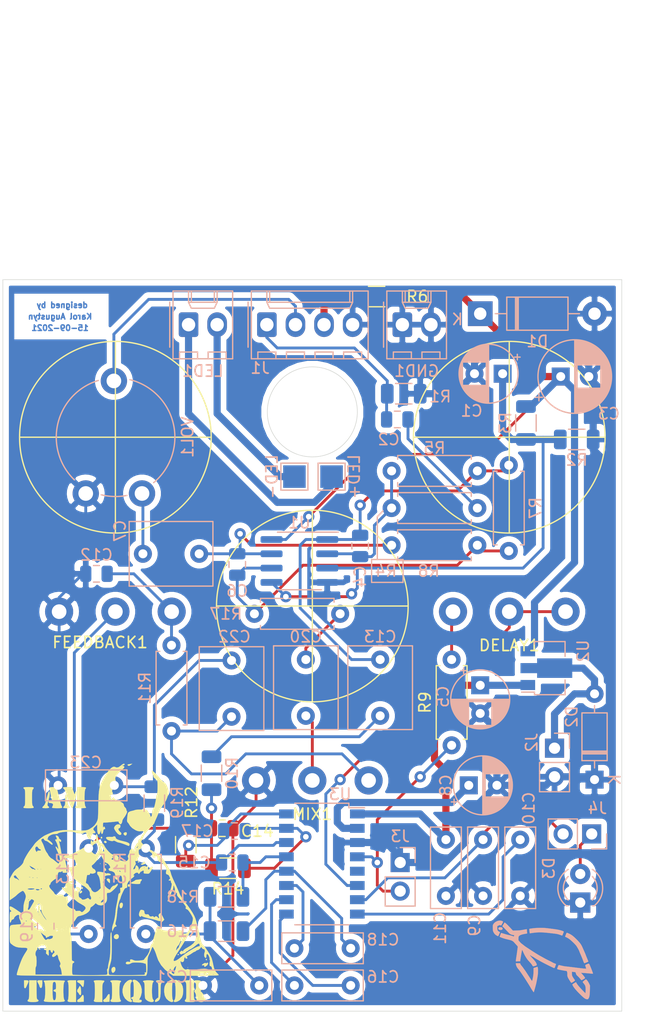
<source format=kicad_pcb>
(kicad_pcb (version 20171130) (host pcbnew "(5.1.9)-1")
  (layers (0 F.Cu signal) (31 B.Cu signal) (34 B.Paste user) (35 F.Paste user) (36 B.SilkS user) (37 F.SilkS user) (38 B.Mask user) (39 F.Mask user) (44 Edge.Cuts user))
  (net 0 "")
  (net 1 GND)
  (net 2 BIAS)
  (net 3 /IN)
  (net 4 "Net-(C2-Pad1)")
  (net 5 "Net-(C3-Pad1)")
  (net 6 "Net-(C4-Pad2)")
  (net 7 A)
  (net 8 VD)
  (net 9 B)
  (net 10 "Net-(C6-Pad1)")
  (net 11 "Net-(C7-Pad1)")
  (net 12 "Net-(C8-Pad1)")
  (net 13 "Net-(C9-Pad1)")
  (net 14 "Net-(C10-Pad1)")
  (net 15 "Net-(C12-Pad1)")
  (net 16 "Net-(C13-Pad2)")
  (net 17 "Net-(C14-Pad1)")
  (net 18 "Net-(C15-Pad2)")
  (net 19 "Net-(C15-Pad1)")
  (net 20 "Net-(C16-Pad2)")
  (net 21 "Net-(C16-Pad1)")
  (net 22 "Net-(C17-Pad2)")
  (net 23 "Net-(C17-Pad1)")
  (net 24 "Net-(C18-Pad2)")
  (net 25 "Net-(C18-Pad1)")
  (net 26 "Net-(C19-Pad2)")
  (net 27 "Net-(C19-Pad1)")
  (net 28 "Net-(C20-Pad2)")
  (net 29 "Net-(C20-Pad1)")
  (net 30 "Net-(C21-Pad1)")
  (net 31 "Net-(C22-Pad2)")
  (net 32 "Net-(C22-Pad1)")
  (net 33 "Net-(D2-Pad2)")
  (net 34 "Net-(DELAY1-Pad2)")
  (net 35 "Net-(DELAY1-Pad1)")
  (net 36 +VDC)
  (net 37 /OUT)
  (net 38 "Net-(J3-Pad2)")
  (net 39 "Net-(U3-Pad5)")
  (net 40 /LED-)
  (net 41 /LED+)
  (net 42 "Net-(D3-Pad2)")
  (module Symbol:i-am-the-liquor (layer F.Cu) (at 9.906 -11.43)
    (fp_text reference G*** hide)
    (fp_text value LOGO hide)
  )
  (module Symbol:logo_pcb (layer B.Cu) (at 48.006 -4.572 180)
    (fp_text reference G*** hide)
    (fp_text value LOGO hide)
  )
  (module Resistor_SMD:R_1206_3216Metric (layer F.Cu) (at 33.2125 -63.5 180)
    (fp_text reference R6 (at -3.6175 0) (layer F.SilkS))
    (fp_text value 33)
    (pad 2 smd roundrect (at 1.4625 0 180) (size 1.125 1.75) (layers F.Cu F.Paste F.Mask) (roundrect_rratio 0.2222213333333333) (net 36 +VDC))
    (pad 1 smd roundrect (at -1.4625 0 180) (size 1.125 1.75) (layers F.Cu F.Paste F.Mask) (roundrect_rratio 0.2222213333333333) (net 5 "Net-(C3-Pad1)"))
  )
  (module TestPoint:TestPoint_Pad_2.0x2.0mm (layer B.Cu) (at 29.21 -47.498 90)
    (fp_text reference LED+ (at 0 1.998 -90) (layer B.SilkS) (effects (justify mirror)))
    (fp_text value TestPoint_Pad_2.0x2.0mm)
    (pad 1 smd rect (at 0 0 90) (size 2 2) (layers B.Cu B.Mask) (net 41 /LED+))
  )
  (module TestPoint:TestPoint_Pad_2.0x2.0mm (layer B.Cu) (at 25.908 -47.498 270)
    (fp_text reference LED- (at 0 1.998 270) (layer B.SilkS) (effects (justify mirror)))
    (fp_text value TestPoint_Pad_2.0x2.0mm)
    (pad 1 smd rect (at 0 0 270) (size 2 2) (layers B.Cu B.Mask) (net 40 /LED-))
  )
  (module Potentiometer_THT:Potentiometer_Piher_PT-10-V10_Vertical (layer B.Cu) (at 7.366 -46 90)
    (fp_text reference VOL1 (at 5 9.05 90) (layer B.SilkS) (effects (justify mirror)))
    (fp_text value 100kB)
    (pad 1 thru_hole circle (at 0 0 90) (size 2.34 2.34) (drill 1.3) (layers *.Cu *.Mask) (net 1 GND))
    (pad 2 thru_hole circle (at 10 2.5 90) (size 2.34 2.34) (drill 1.3) (layers *.Cu *.Mask) (net 37 /OUT))
    (pad 3 thru_hole circle (at 0 5 90) (size 2.34 2.34) (drill 1.3) (layers *.Cu *.Mask) (net 11 "Net-(C7-Pad1)"))
  )
  (module Package_SO:SOP-16_4.4x10.4mm_P1.27mm (layer B.Cu) (at 28.346 -13.076 180)
    (fp_text reference U3 (at -1.626 6.2) (layer B.SilkS) (effects (justify mirror)))
    (fp_text value PT2399)
    (pad 16 smd rect (at 3.15 4.45 180) (size 1.3 0.8) (layers B.Cu B.Paste B.Mask) (net 23 "Net-(C17-Pad1)"))
    (pad 15 smd rect (at 3.15 3.17 180) (size 1.3 0.8) (layers B.Cu B.Paste B.Mask) (net 22 "Net-(C17-Pad2)"))
    (pad 14 smd rect (at 3.15 1.91 180) (size 1.3 0.8) (layers B.Cu B.Paste B.Mask) (net 19 "Net-(C15-Pad1)"))
    (pad 13 smd rect (at 3.15 0.64 180) (size 1.3 0.8) (layers B.Cu B.Paste B.Mask) (net 18 "Net-(C15-Pad2)"))
    (pad 12 smd rect (at 3.15 -0.64 180) (size 1.3 0.8) (layers B.Cu B.Paste B.Mask) (net 25 "Net-(C18-Pad1)"))
    (pad 11 smd rect (at 3.15 -1.91 180) (size 1.3 0.8) (layers B.Cu B.Paste B.Mask) (net 24 "Net-(C18-Pad2)"))
    (pad 10 smd rect (at 3.15 -3.17 180) (size 1.3 0.8) (layers B.Cu B.Paste B.Mask) (net 21 "Net-(C16-Pad1)"))
    (pad 9 smd rect (at 3.15 -4.45 180) (size 1.3 0.8) (layers B.Cu B.Paste B.Mask) (net 20 "Net-(C16-Pad2)"))
    (pad 8 smd rect (at -3.15 -4.45 180) (size 1.3 0.8) (layers B.Cu B.Paste B.Mask) (net 14 "Net-(C10-Pad1)"))
    (pad 7 smd rect (at -3.15 -3.17 180) (size 1.3 0.8) (layers B.Cu B.Paste B.Mask) (net 13 "Net-(C9-Pad1)"))
    (pad 6 smd rect (at -3.15 -1.91 180) (size 1.3 0.8) (layers B.Cu B.Paste B.Mask) (net 34 "Net-(DELAY1-Pad2)"))
    (pad 5 smd rect (at -3.15 -0.64 180) (size 1.3 0.8) (layers B.Cu B.Paste B.Mask) (net 39 "Net-(U3-Pad5)"))
    (pad 4 smd rect (at -3.15 0.64 180) (size 1.3 0.8) (layers B.Cu B.Paste B.Mask) (net 38 "Net-(J3-Pad2)"))
    (pad 3 smd rect (at -3.15 1.91 180) (size 1.3 0.8) (layers B.Cu B.Paste B.Mask) (net 1 GND))
    (pad 2 smd rect (at -3.15 3.17 180) (size 1.3 0.8) (layers B.Cu B.Paste B.Mask) (net 12 "Net-(C8-Pad1)"))
    (pad 1 smd rect (at -3.15 4.45 180) (size 1.3 0.8) (layers B.Cu B.Paste B.Mask) (net 8 VD))
  )
  (module Package_TO_SOT_SMD:SOT-89-3 (layer B.Cu) (at 48.2985 -30.48)
    (fp_text reference U2 (at 3.2635 -1.524 90) (layer B.SilkS) (effects (justify mirror)))
    (fp_text value L78L05_SOT89)
    (pad 2 smd custom (at -1.5625 0) (size 1.475 0.9) (layers B.Cu B.Paste B.Mask) (net 33 "Net-(D2-Pad2)") (options (clearance outline) (anchor rect)) (primitives (gr_poly (pts (xy 0.7375 0.8665) (xy 3.8625 0.8665) (xy 3.8625 -0.8665) (xy 0.7375 -0.8665)) (width 0))))
    (pad 3 smd rect (at -1.65 -1.5) (size 1.3 0.9) (layers B.Cu B.Paste B.Mask) (net 5 "Net-(C3-Pad1)"))
    (pad 1 smd rect (at -1.65 1.5) (size 1.3 0.9) (layers B.Cu B.Paste B.Mask) (net 8 VD))
  )
  (module Package_SO:SOIC-8_3.9x4.9mm_P1.27mm (layer B.Cu) (at 26.351 -40.005 180)
    (fp_text reference U1 (at 0 3.4) (layer B.SilkS) (effects (justify mirror)))
    (fp_text value OP275)
    (pad 8 smd roundrect (at 2.475 1.905 180) (size 1.95 0.6) (layers B.Cu B.Paste B.Mask) (net 5 "Net-(C3-Pad1)"))
    (pad 7 smd roundrect (at 2.475 0.635 180) (size 1.95 0.6) (layers B.Cu B.Paste B.Mask) (net 10 "Net-(C6-Pad1)"))
    (pad 6 smd roundrect (at 2.475 -0.635 180) (size 1.95 0.6) (layers B.Cu B.Paste B.Mask) (net 9 B))
    (pad 5 smd roundrect (at 2.475 -1.905 180) (size 1.95 0.6) (layers B.Cu B.Paste B.Mask) (net 2 BIAS))
    (pad 4 smd roundrect (at -2.475 -1.905 180) (size 1.95 0.6) (layers B.Cu B.Paste B.Mask) (net 1 GND))
    (pad 3 smd roundrect (at -2.475 -0.635 180) (size 1.95 0.6) (layers B.Cu B.Paste B.Mask) (net 2 BIAS))
    (pad 2 smd roundrect (at -2.475 0.635 180) (size 1.95 0.6) (layers B.Cu B.Paste B.Mask) (net 6 "Net-(C4-Pad2)"))
    (pad 1 smd roundrect (at -2.475 1.905 180) (size 1.95 0.6) (layers B.Cu B.Paste B.Mask) (net 7 A))
  )
  (module Resistor_SMD:R_1206_3216Metric (layer B.Cu) (at 13.462 -18.4805 270)
    (fp_text reference R19 (at -0.0615 -2.032 90) (layer B.SilkS) (effects (justify mirror)))
    (fp_text value 1k)
    (pad 2 smd roundrect (at 1.4625 0 270) (size 1.125 1.75) (layers B.Cu B.Paste B.Mask) (roundrect_rratio 0.2222213333333333) (net 19 "Net-(C15-Pad1)"))
    (pad 1 smd roundrect (at -1.4625 0 270) (size 1.125 1.75) (layers B.Cu B.Paste B.Mask) (roundrect_rratio 0.2222213333333333) (net 31 "Net-(C22-Pad2)"))
  )
  (module Resistor_SMD:R_1206_3216Metric (layer B.Cu) (at 19.8735 -10.16)
    (fp_text reference R18 (at -3.8715 0) (layer B.SilkS) (effects (justify mirror)))
    (fp_text value 10k)
    (pad 2 smd roundrect (at 1.4625 0) (size 1.125 1.75) (layers B.Cu B.Paste B.Mask) (roundrect_rratio 0.2222213333333333) (net 18 "Net-(C15-Pad2)"))
    (pad 1 smd roundrect (at -1.4625 0) (size 1.125 1.75) (layers B.Cu B.Paste B.Mask) (roundrect_rratio 0.2222213333333333) (net 30 "Net-(C21-Pad1)"))
  )
  (module Resistor_THT:R_Axial_DIN0207_L6.3mm_D2.5mm_P7.62mm_Horizontal (layer B.Cu) (at 29.972 -35.306 180)
    (fp_text reference R17 (at 10.16 0) (layer B.SilkS) (effects (justify mirror)))
    (fp_text value 20k)
    (pad 2 thru_hole oval (at 7.62 0 180) (size 1.6 1.6) (drill 0.8) (layers *.Cu *.Mask) (net 9 B))
    (pad 1 thru_hole circle (at 0 0 180) (size 1.6 1.6) (drill 0.8) (layers *.Cu *.Mask) (net 29 "Net-(C20-Pad1)"))
  )
  (module Resistor_SMD:R_1206_3216Metric (layer B.Cu) (at 19.8735 -7.112)
    (fp_text reference R16 (at -3.8715 0) (layer B.SilkS) (effects (justify mirror)))
    (fp_text value 10k)
    (pad 2 smd roundrect (at 1.4625 0) (size 1.125 1.75) (layers B.Cu B.Paste B.Mask) (roundrect_rratio 0.2222213333333333) (net 25 "Net-(C18-Pad1)"))
    (pad 1 smd roundrect (at -1.4625 0) (size 1.125 1.75) (layers B.Cu B.Paste B.Mask) (roundrect_rratio 0.2222213333333333) (net 30 "Net-(C21-Pad1)"))
  )
  (module Resistor_THT:R_Axial_DIN0207_L6.3mm_D2.5mm_P7.62mm_Horizontal (layer B.Cu) (at 12.7 -6.858 90)
    (fp_text reference R15 (at 5.842 -2.286 90) (layer B.SilkS) (effects (justify mirror)))
    (fp_text value 20k)
    (pad 2 thru_hole oval (at 7.62 0 90) (size 1.6 1.6) (drill 0.8) (layers *.Cu *.Mask) (net 19 "Net-(C15-Pad1)"))
    (pad 1 thru_hole circle (at 0 0 90) (size 1.6 1.6) (drill 0.8) (layers *.Cu *.Mask) (net 30 "Net-(C21-Pad1)"))
  )
  (module Resistor_SMD:R_1206_3216Metric (layer F.Cu) (at 20.0045 -12.7 180)
    (fp_text reference R14 (at 0 -1.82) (layer F.SilkS))
    (fp_text value 10k)
    (pad 2 smd roundrect (at 1.4625 0 180) (size 1.125 1.75) (layers F.Cu F.Paste F.Mask) (roundrect_rratio 0.2222213333333333) (net 17 "Net-(C14-Pad1)"))
    (pad 1 smd roundrect (at -1.4625 0 180) (size 1.125 1.75) (layers F.Cu F.Paste F.Mask) (roundrect_rratio 0.2222213333333333) (net 22 "Net-(C17-Pad2)"))
  )
  (module Resistor_THT:R_Axial_DIN0207_L6.3mm_D2.5mm_P7.62mm_Horizontal (layer B.Cu) (at 7.62 -14.478 270)
    (fp_text reference R13 (at 1.778 2.286 270) (layer B.SilkS) (effects (justify mirror)))
    (fp_text value 5,1k)
    (pad 2 thru_hole oval (at 7.62 0 270) (size 1.6 1.6) (drill 0.8) (layers *.Cu *.Mask) (net 26 "Net-(C19-Pad2)"))
    (pad 1 thru_hole circle (at 0 0 270) (size 1.6 1.6) (drill 0.8) (layers *.Cu *.Mask) (net 17 "Net-(C14-Pad1)"))
  )
  (module Resistor_SMD:R_1206_3216Metric (layer F.Cu) (at 16.256 -14.7935 90)
    (fp_text reference R12 (at 3.7485 0.508 90) (layer F.SilkS))
    (fp_text value 10k)
    (pad 2 smd roundrect (at 1.4625 0 90) (size 1.125 1.75) (layers F.Cu F.Paste F.Mask) (roundrect_rratio 0.2222213333333333) (net 17 "Net-(C14-Pad1)"))
    (pad 1 smd roundrect (at -1.4625 0 90) (size 1.125 1.75) (layers F.Cu F.Paste F.Mask) (roundrect_rratio 0.2222213333333333) (net 23 "Net-(C17-Pad1)"))
  )
  (module Resistor_THT:R_Axial_DIN0207_L6.3mm_D2.5mm_P7.62mm_Horizontal (layer B.Cu) (at 14.986 -32.512 270)
    (fp_text reference R11 (at 3.81 2.37 270) (layer B.SilkS) (effects (justify mirror)))
    (fp_text value 2k)
    (pad 2 thru_hole oval (at 7.62 0 270) (size 1.6 1.6) (drill 0.8) (layers *.Cu *.Mask) (net 32 "Net-(C22-Pad1)"))
    (pad 1 thru_hole circle (at 0 0 270) (size 1.6 1.6) (drill 0.8) (layers *.Cu *.Mask) (net 15 "Net-(C12-Pad1)"))
  )
  (module Resistor_SMD:R_1206_3216Metric (layer B.Cu) (at 18.542 -21.1435 90)
    (fp_text reference R10 (at 0 1.82 270) (layer B.SilkS) (effects (justify mirror)))
    (fp_text value 10k)
    (pad 2 smd roundrect (at 1.4625 0 90) (size 1.125 1.75) (layers B.Cu B.Paste B.Mask) (roundrect_rratio 0.2222213333333333) (net 16 "Net-(C13-Pad2)"))
    (pad 1 smd roundrect (at -1.4625 0 90) (size 1.125 1.75) (layers B.Cu B.Paste B.Mask) (roundrect_rratio 0.2222213333333333) (net 17 "Net-(C14-Pad1)"))
  )
  (module Resistor_THT:R_Axial_DIN0207_L6.3mm_D2.5mm_P7.62mm_Horizontal (layer F.Cu) (at 39.878 -23.622 90)
    (fp_text reference R9 (at 3.81 -2.37 90) (layer F.SilkS))
    (fp_text value 2,7k)
    (pad 2 thru_hole oval (at 7.62 0 90) (size 1.6 1.6) (drill 0.8) (layers *.Cu *.Mask) (net 35 "Net-(DELAY1-Pad1)"))
    (pad 1 thru_hole circle (at 0 0 90) (size 1.6 1.6) (drill 0.8) (layers *.Cu *.Mask) (net 38 "Net-(J3-Pad2)"))
  )
  (module Resistor_THT:R_Axial_DIN0207_L6.3mm_D2.5mm_P7.62mm_Horizontal (layer B.Cu) (at 34.544 -41.402)
    (fp_text reference R8 (at 3.302 2.286) (layer B.SilkS) (effects (justify mirror)))
    (fp_text value 12k)
    (pad 2 thru_hole oval (at 7.62 0) (size 1.6 1.6) (drill 0.8) (layers *.Cu *.Mask) (net 9 B))
    (pad 1 thru_hole circle (at 0 0) (size 1.6 1.6) (drill 0.8) (layers *.Cu *.Mask) (net 10 "Net-(C6-Pad1)"))
  )
  (module Resistor_THT:R_Axial_DIN0207_L6.3mm_D2.5mm_P7.62mm_Horizontal (layer B.Cu) (at 44.958 -40.894 90)
    (fp_text reference R7 (at 3.81 2.37 90) (layer B.SilkS) (effects (justify mirror)))
    (fp_text value 22k)
    (pad 2 thru_hole oval (at 7.62 0 90) (size 1.6 1.6) (drill 0.8) (layers *.Cu *.Mask) (net 7 A))
    (pad 1 thru_hole circle (at 0 0 90) (size 1.6 1.6) (drill 0.8) (layers *.Cu *.Mask) (net 9 B))
  )
  (module Resistor_THT:R_Axial_DIN0207_L6.3mm_D2.5mm_P7.62mm_Horizontal (layer B.Cu) (at 42.164 -48.006 180)
    (fp_text reference R5 (at 3.81 2.032) (layer B.SilkS) (effects (justify mirror)))
    (fp_text value 360k)
    (pad 2 thru_hole oval (at 7.62 0 180) (size 1.6 1.6) (drill 0.8) (layers *.Cu *.Mask) (net 6 "Net-(C4-Pad2)"))
    (pad 1 thru_hole circle (at 0 0 180) (size 1.6 1.6) (drill 0.8) (layers *.Cu *.Mask) (net 7 A))
  )
  (module Resistor_THT:R_Axial_DIN0207_L6.3mm_D2.5mm_P7.62mm_Horizontal (layer B.Cu) (at 34.544 -44.704)
    (fp_text reference R4 (at -0.508 5.588) (layer B.SilkS) (effects (justify mirror)))
    (fp_text value 180k)
    (pad 2 thru_hole oval (at 7.62 0) (size 1.6 1.6) (drill 0.8) (layers *.Cu *.Mask) (net 4 "Net-(C2-Pad1)"))
    (pad 1 thru_hole circle (at 0 0) (size 1.6 1.6) (drill 0.8) (layers *.Cu *.Mask) (net 6 "Net-(C4-Pad2)"))
  )
  (module Resistor_SMD:R_1206_3216Metric (layer B.Cu) (at 46.482 -52.2625 270)
    (fp_text reference R3 (at 0 1.82 270) (layer B.SilkS) (effects (justify mirror)))
    (fp_text value 10k)
    (pad 2 smd roundrect (at 1.4625 0 270) (size 1.125 1.75) (layers B.Cu B.Paste B.Mask) (roundrect_rratio 0.2222213333333333) (net 2 BIAS))
    (pad 1 smd roundrect (at -1.4625 0 270) (size 1.125 1.75) (layers B.Cu B.Paste B.Mask) (roundrect_rratio 0.2222213333333333) (net 5 "Net-(C3-Pad1)"))
  )
  (module Resistor_SMD:R_1206_3216Metric (layer B.Cu) (at 50.9925 -50.8)
    (fp_text reference R2 (at 0 1.82) (layer B.SilkS) (effects (justify mirror)))
    (fp_text value 10k)
    (pad 2 smd roundrect (at 1.4625 0) (size 1.125 1.75) (layers B.Cu B.Paste B.Mask) (roundrect_rratio 0.2222213333333333) (net 1 GND))
    (pad 1 smd roundrect (at -1.4625 0) (size 1.125 1.75) (layers B.Cu B.Paste B.Mask) (roundrect_rratio 0.2222213333333333) (net 2 BIAS))
  )
  (module Resistor_SMD:R_1206_3216Metric (layer B.Cu) (at 35.6215 -54.864)
    (fp_text reference R1 (at 3.2405 0.254) (layer B.SilkS) (effects (justify mirror)))
    (fp_text value 1M)
    (pad 2 smd roundrect (at 1.4625 0) (size 1.125 1.75) (layers B.Cu B.Paste B.Mask) (roundrect_rratio 0.2222213333333333) (net 1 GND))
    (pad 1 smd roundrect (at -1.4625 0) (size 1.125 1.75) (layers B.Cu B.Paste B.Mask) (roundrect_rratio 0.2222213333333333) (net 3 /IN))
  )
  (module Potentiometer_THT:ALPHA-16mm_PCB-V (layer F.Cu) (at 27.5 -20.5)
    (fp_text reference MIX1 (at 0 3) (layer F.SilkS))
    (fp_text value 50kA)
    (pad 3 thru_hole circle (at 5 0) (size 2.5 2.5) (drill 1.3) (layers *.Cu *.Mask) (net 32 "Net-(C22-Pad1)"))
    (pad 2 thru_hole circle (at 0 0) (size 2.5 2.5) (drill 1.3) (layers *.Cu *.Mask) (net 28 "Net-(C20-Pad2)"))
    (pad 1 thru_hole circle (at -5 0) (size 2.5 2.5) (drill 1.3) (layers *.Cu *.Mask) (net 1 GND))
  )
  (module Connector_Molex:Molex_KK-254_AE-6410-02A_1x02_P2.54mm_Vertical (layer B.Cu) (at 16.5 -61)
    (fp_text reference LED1 (at 1.27 4.12) (layer B.SilkS) (effects (justify mirror)))
    (fp_text value TO_led)
    (pad 2 thru_hole oval (at 2.54 0) (size 1.74 2.19) (drill 1.19) (layers *.Cu *.Mask) (net 40 /LED-))
    (pad 1 thru_hole roundrect (at 0 0) (size 1.74 2.19) (drill 1.19) (layers *.Cu *.Mask) (roundrect_rratio 0.1436775862068966) (net 41 /LED+))
  )
  (module Connector_PinHeader_2.54mm:PinHeader_1x02_P2.54mm_Vertical (layer B.Cu) (at 52.324 -15.748 90)
    (fp_text reference J4 (at 2.286 0.508 180) (layer B.SilkS) (effects (justify mirror)))
    (fp_text value LED-OMIT)
    (pad 2 thru_hole oval (at 0 -2.54 90) (size 1.7 1.7) (drill 1) (layers *.Cu *.Mask) (net 13 "Net-(C9-Pad1)"))
    (pad 1 thru_hole rect (at 0 0 90) (size 1.7 1.7) (drill 1) (layers *.Cu *.Mask) (net 42 "Net-(D3-Pad2)"))
  )
  (module Connector_PinHeader_2.54mm:PinHeader_1x02_P2.54mm_Vertical (layer B.Cu) (at 35.306 -13.208 180)
    (fp_text reference J3 (at 0 2.33) (layer B.SilkS) (effects (justify mirror)))
    (fp_text value AGND-DGND)
    (pad 2 thru_hole oval (at 0 -2.54 180) (size 1.7 1.7) (drill 1) (layers *.Cu *.Mask) (net 38 "Net-(J3-Pad2)"))
    (pad 1 thru_hole rect (at 0 0 180) (size 1.7 1.7) (drill 1) (layers *.Cu *.Mask) (net 1 GND))
  )
  (module Connector_PinHeader_2.54mm:PinHeader_1x02_P2.54mm_Vertical (layer B.Cu) (at 49.022 -23.368 180)
    (fp_text reference J2 (at 2.032 0.508 90) (layer B.SilkS) (effects (justify mirror)))
    (fp_text value "shorter delay")
    (pad 2 thru_hole oval (at 0 -2.54 180) (size 1.7 1.7) (drill 1) (layers *.Cu *.Mask) (net 1 GND))
    (pad 1 thru_hole rect (at 0 0 180) (size 1.7 1.7) (drill 1) (layers *.Cu *.Mask) (net 33 "Net-(D2-Pad2)"))
  )
  (module Connector_Molex:Molex_KK-254_AE-6410-04A_1x04_P2.54mm_Vertical (layer B.Cu) (at 23.46 -61)
    (fp_text reference J1 (at -0.6 3.85) (layer B.SilkS) (effects (justify mirror)))
    (fp_text value in-outs)
    (pad 4 thru_hole oval (at 7.62 0) (size 1.74 2.19) (drill 1.19) (layers *.Cu *.Mask) (net 1 GND))
    (pad 3 thru_hole oval (at 5.08 0) (size 1.74 2.19) (drill 1.19) (layers *.Cu *.Mask) (net 36 +VDC))
    (pad 2 thru_hole oval (at 2.54 0) (size 1.74 2.19) (drill 1.19) (layers *.Cu *.Mask) (net 37 /OUT))
    (pad 1 thru_hole roundrect (at 0 0) (size 1.74 2.19) (drill 1.19) (layers *.Cu *.Mask) (roundrect_rratio 0.1436775862068966) (net 3 /IN))
  )
  (module Connector_Molex:Molex_KK-254_AE-6410-02A_1x02_P2.54mm_Vertical (layer B.Cu) (at 35.5 -61)
    (fp_text reference GND1 (at 1.27 4.12) (layer B.SilkS) (effects (justify mirror)))
    (fp_text value gnd)
    (pad 2 thru_hole oval (at 2.54 0) (size 1.74 2.19) (drill 1.19) (layers *.Cu *.Mask) (net 1 GND))
    (pad 1 thru_hole roundrect (at 0 0) (size 1.74 2.19) (drill 1.19) (layers *.Cu *.Mask) (roundrect_rratio 0.1436775862068966) (net 1 GND))
  )
  (module Potentiometer_THT:ALPHA-16mm_PCB-V (layer F.Cu) (at 10 -35.5)
    (fp_text reference FEEDBACK1 (at -1.364 2.734) (layer F.SilkS))
    (fp_text value 50kA)
    (pad 3 thru_hole circle (at 5 0) (size 2.5 2.5) (drill 1.3) (layers *.Cu *.Mask) (net 15 "Net-(C12-Pad1)"))
    (pad 2 thru_hole circle (at 0 0) (size 2.5 2.5) (drill 1.3) (layers *.Cu *.Mask) (net 27 "Net-(C19-Pad1)"))
    (pad 1 thru_hole circle (at -5 0) (size 2.5 2.5) (drill 1.3) (layers *.Cu *.Mask) (net 1 GND))
  )
  (module Potentiometer_THT:ALPHA-16mm_PCB-V (layer F.Cu) (at 45 -35.5)
    (fp_text reference DELAY1 (at 0 3) (layer F.SilkS))
    (fp_text value 50kB)
    (pad 3 thru_hole circle (at 5 0) (size 2.5 2.5) (drill 1.3) (layers *.Cu *.Mask) (net 34 "Net-(DELAY1-Pad2)"))
    (pad 2 thru_hole circle (at 0 0) (size 2.5 2.5) (drill 1.3) (layers *.Cu *.Mask) (net 34 "Net-(DELAY1-Pad2)"))
    (pad 1 thru_hole circle (at -5 0) (size 2.5 2.5) (drill 1.3) (layers *.Cu *.Mask) (net 35 "Net-(DELAY1-Pad1)"))
  )
  (module LED_THT:LED_D3.0mm (layer B.Cu) (at 51.308 -9.652 90)
    (fp_text reference D3 (at 3.048 -2.794 270) (layer B.SilkS) (effects (justify mirror)))
    (fp_text value LED)
    (pad 2 thru_hole circle (at 2.54 0 90) (size 1.8 1.8) (drill 0.9) (layers *.Cu *.Mask) (net 42 "Net-(D3-Pad2)"))
    (pad 1 thru_hole rect (at 0 0 90) (size 1.8 1.8) (drill 0.9) (layers *.Cu *.Mask) (net 1 GND))
  )
  (module Diode_THT:D_DO-35_SOD27_P7.62mm_Horizontal (layer B.Cu) (at 52.578 -20.574 90)
    (fp_text reference D2 (at 5.588 -2.032 270) (layer B.SilkS) (effects (justify mirror)))
    (fp_text value 1N4148)
    (fp_text user K (at 0 1.8 270) (layer B.SilkS) (effects (justify mirror)))
    (pad 2 thru_hole oval (at 7.62 0 90) (size 1.6 1.6) (drill 0.8) (layers *.Cu *.Mask) (net 33 "Net-(D2-Pad2)"))
    (pad 1 thru_hole rect (at 0 0 90) (size 1.6 1.6) (drill 0.8) (layers *.Cu *.Mask) (net 1 GND))
  )
  (module Diode_THT:D_DO-41_SOD81_P10.16mm_Horizontal (layer B.Cu) (at 42.418 -61.976)
    (fp_text reference D1 (at 5.08 2.47) (layer B.SilkS) (effects (justify mirror)))
    (fp_text value 1N4001)
    (fp_text user K (at -2.032 0.508) (layer B.SilkS) (effects (justify mirror)))
    (pad 2 thru_hole oval (at 10.16 0) (size 2.2 2.2) (drill 1.1) (layers *.Cu *.Mask) (net 1 GND))
    (pad 1 thru_hole rect (at 0 0) (size 2.2 2.2) (drill 1.1) (layers *.Cu *.Mask) (net 5 "Net-(C3-Pad1)"))
  )
  (module Capacitor_THT:C_Rect_L7.0mm_W2.5mm_P5.00mm (layer B.Cu) (at 4.906 -20.066)
    (fp_text reference C23 (at 2.46 -2.032) (layer B.SilkS) (effects (justify mirror)))
    (fp_text value 10n)
    (pad 2 thru_hole circle (at 5 0) (size 1.6 1.6) (drill 0.8) (layers *.Cu *.Mask) (net 31 "Net-(C22-Pad2)"))
    (pad 1 thru_hole circle (at 0 0) (size 1.6 1.6) (drill 0.8) (layers *.Cu *.Mask) (net 1 GND))
  )
  (module Capacitor_THT:C_Rect_L7.2mm_W5.5mm_P5.00mm_FKS2_FKP2_MKS2_MKP2 (layer B.Cu) (at 20.32 -26.162 90)
    (fp_text reference C22 (at 7.112 0.254 180) (layer B.SilkS) (effects (justify mirror)))
    (fp_text value 1u)
    (pad 2 thru_hole circle (at 5 0 90) (size 1.6 1.6) (drill 0.8) (layers *.Cu *.Mask) (net 31 "Net-(C22-Pad2)"))
    (pad 1 thru_hole circle (at 0 0 90) (size 1.6 1.6) (drill 0.8) (layers *.Cu *.Mask) (net 32 "Net-(C22-Pad1)"))
  )
  (module Capacitor_THT:C_Rect_L7.0mm_W2.5mm_P5.00mm (layer B.Cu) (at 22.78 -2.286 180)
    (fp_text reference C21 (at 7.794 0.762 180) (layer B.SilkS) (effects (justify mirror)))
    (fp_text value 15n)
    (pad 2 thru_hole circle (at 5 0 180) (size 1.6 1.6) (drill 0.8) (layers *.Cu *.Mask) (net 1 GND))
    (pad 1 thru_hole circle (at 0 0 180) (size 1.6 1.6) (drill 0.8) (layers *.Cu *.Mask) (net 30 "Net-(C21-Pad1)"))
  )
  (module Capacitor_THT:C_Rect_L7.2mm_W5.5mm_P5.00mm_FKS2_FKP2_MKS2_MKP2 (layer B.Cu) (at 26.924 -31.242 270)
    (fp_text reference C20 (at -2.032 0 180) (layer B.SilkS) (effects (justify mirror)))
    (fp_text value 1u)
    (pad 2 thru_hole circle (at 5 0 270) (size 1.6 1.6) (drill 0.8) (layers *.Cu *.Mask) (net 28 "Net-(C20-Pad2)"))
    (pad 1 thru_hole circle (at 0 0 270) (size 1.6 1.6) (drill 0.8) (layers *.Cu *.Mask) (net 29 "Net-(C20-Pad1)"))
  )
  (module Capacitor_SMD:C_0805_2012Metric (layer B.Cu) (at 3.81 -7.554 270)
    (fp_text reference C19 (at 0 1.68 90) (layer B.SilkS) (effects (justify mirror)))
    (fp_text value 22n)
    (pad 2 smd roundrect (at 0.95 0 270) (size 1 1.45) (layers B.Cu B.Paste B.Mask) (net 26 "Net-(C19-Pad2)"))
    (pad 1 smd roundrect (at -0.95 0 270) (size 1 1.45) (layers B.Cu B.Paste B.Mask) (net 27 "Net-(C19-Pad1)"))
  )
  (module Capacitor_THT:C_Rect_L7.0mm_W2.5mm_P5.00mm (layer B.Cu) (at 30.908 -5.588 180)
    (fp_text reference C18 (at -2.874 0.762) (layer B.SilkS) (effects (justify mirror)))
    (fp_text value 100n)
    (pad 2 thru_hole circle (at 5 0 180) (size 1.6 1.6) (drill 0.8) (layers *.Cu *.Mask) (net 24 "Net-(C18-Pad2)"))
    (pad 1 thru_hole circle (at 0 0 180) (size 1.6 1.6) (drill 0.8) (layers *.Cu *.Mask) (net 25 "Net-(C18-Pad1)"))
  )
  (module Capacitor_SMD:C_0805_2012Metric (layer B.Cu) (at 20.574 -16.002)
    (fp_text reference C17 (at -3.302 0) (layer B.SilkS) (effects (justify mirror)))
    (fp_text value 2,2n)
    (pad 2 smd roundrect (at 0.95 0) (size 1 1.45) (layers B.Cu B.Paste B.Mask) (net 22 "Net-(C17-Pad2)"))
    (pad 1 smd roundrect (at -0.95 0) (size 1 1.45) (layers B.Cu B.Paste B.Mask) (net 23 "Net-(C17-Pad1)"))
  )
  (module Capacitor_THT:C_Rect_L7.0mm_W2.5mm_P5.00mm (layer B.Cu) (at 25.908 -2.286)
    (fp_text reference C16 (at 7.874 -0.762) (layer B.SilkS) (effects (justify mirror)))
    (fp_text value 100n)
    (pad 2 thru_hole circle (at 5 0) (size 1.6 1.6) (drill 0.8) (layers *.Cu *.Mask) (net 20 "Net-(C16-Pad2)"))
    (pad 1 thru_hole circle (at 0 0) (size 1.6 1.6) (drill 0.8) (layers *.Cu *.Mask) (net 21 "Net-(C16-Pad1)"))
  )
  (module Capacitor_SMD:C_0805_2012Metric (layer B.Cu) (at 20.386 -13.208)
    (fp_text reference C15 (at -3.368 0) (layer B.SilkS) (effects (justify mirror)))
    (fp_text value 2,2n)
    (pad 2 smd roundrect (at 0.95 0) (size 1 1.45) (layers B.Cu B.Paste B.Mask) (net 18 "Net-(C15-Pad2)"))
    (pad 1 smd roundrect (at -0.95 0) (size 1 1.45) (layers B.Cu B.Paste B.Mask) (net 19 "Net-(C15-Pad1)"))
  )
  (module Capacitor_SMD:C_0805_2012Metric (layer F.Cu) (at 19.492 -16.256)
    (fp_text reference C14 (at 3.114 0.254) (layer F.SilkS))
    (fp_text value 4,7n)
    (pad 2 smd roundrect (at 0.95 0) (size 1 1.45) (layers F.Cu F.Paste F.Mask) (net 1 GND))
    (pad 1 smd roundrect (at -0.95 0) (size 1 1.45) (layers F.Cu F.Paste F.Mask) (net 17 "Net-(C14-Pad1)"))
  )
  (module Capacitor_THT:C_Rect_L7.2mm_W5.5mm_P5.00mm_FKS2_FKP2_MKS2_MKP2 (layer B.Cu) (at 33.528 -31.242 270)
    (fp_text reference C13 (at -2.032 0 180) (layer B.SilkS) (effects (justify mirror)))
    (fp_text value 1u)
    (pad 2 thru_hole circle (at 5 0 270) (size 1.6 1.6) (drill 0.8) (layers *.Cu *.Mask) (net 16 "Net-(C13-Pad2)"))
    (pad 1 thru_hole circle (at 0 0 270) (size 1.6 1.6) (drill 0.8) (layers *.Cu *.Mask) (net 7 A))
  )
  (module Capacitor_SMD:C_0805_2012Metric (layer B.Cu) (at 8.316 -38.862 180)
    (fp_text reference C12 (at 0 1.68) (layer B.SilkS) (effects (justify mirror)))
    (fp_text value 47n)
    (pad 2 smd roundrect (at 0.95 0 180) (size 1 1.45) (layers B.Cu B.Paste B.Mask) (net 1 GND))
    (pad 1 smd roundrect (at -0.95 0 180) (size 1 1.45) (layers B.Cu B.Paste B.Mask) (net 15 "Net-(C12-Pad1)"))
  )
  (module Capacitor_THT:C_Rect_L7.0mm_W2.5mm_P5.00mm (layer B.Cu) (at 39.37 -15.24 270)
    (fp_text reference C11 (at 7.874 0.508 270) (layer B.SilkS) (effects (justify mirror)))
    (fp_text value 100n)
    (pad 2 thru_hole circle (at 5 0 270) (size 1.6 1.6) (drill 0.8) (layers *.Cu *.Mask) (net 1 GND))
    (pad 1 thru_hole circle (at 0 0 270) (size 1.6 1.6) (drill 0.8) (layers *.Cu *.Mask) (net 8 VD))
  )
  (module Capacitor_THT:C_Rect_L7.0mm_W2.5mm_P5.00mm (layer B.Cu) (at 45.974 -15.24 270)
    (fp_text reference C10 (at -2.794 -0.762 90) (layer B.SilkS) (effects (justify mirror)))
    (fp_text value 100n)
    (pad 2 thru_hole circle (at 5 0 270) (size 1.6 1.6) (drill 0.8) (layers *.Cu *.Mask) (net 1 GND))
    (pad 1 thru_hole circle (at 0 0 270) (size 1.6 1.6) (drill 0.8) (layers *.Cu *.Mask) (net 14 "Net-(C10-Pad1)"))
  )
  (module Capacitor_THT:C_Rect_L7.0mm_W2.5mm_P5.00mm (layer B.Cu) (at 42.672 -15.24 270)
    (fp_text reference C9 (at 7.62 0.762 90) (layer B.SilkS) (effects (justify mirror)))
    (fp_text value 100n)
    (pad 2 thru_hole circle (at 5 0 270) (size 1.6 1.6) (drill 0.8) (layers *.Cu *.Mask) (net 1 GND))
    (pad 1 thru_hole circle (at 0 0 270) (size 1.6 1.6) (drill 0.8) (layers *.Cu *.Mask) (net 13 "Net-(C9-Pad1)"))
  )
  (module Capacitor_THT:CP_Radial_D5.0mm_P2.50mm (layer B.Cu) (at 41.402 -20.066)
    (fp_text reference C8 (at -2.032 0 90) (layer B.SilkS) (effects (justify mirror)))
    (fp_text value 47u)
    (pad 2 thru_hole circle (at 2.5 0) (size 1.6 1.6) (drill 0.8) (layers *.Cu *.Mask) (net 1 GND))
    (pad 1 thru_hole rect (at 0 0) (size 1.6 1.6) (drill 0.8) (layers *.Cu *.Mask) (net 12 "Net-(C8-Pad1)"))
  )
  (module Capacitor_THT:C_Rect_L7.2mm_W5.5mm_P5.00mm_FKS2_FKP2_MKS2_MKP2 (layer B.Cu) (at 12.446 -40.64)
    (fp_text reference C7 (at -2.032 -2.032 90) (layer B.SilkS) (effects (justify mirror)))
    (fp_text value 1u)
    (pad 2 thru_hole circle (at 5 0) (size 1.6 1.6) (drill 0.8) (layers *.Cu *.Mask) (net 10 "Net-(C6-Pad1)"))
    (pad 1 thru_hole circle (at 0 0) (size 1.6 1.6) (drill 0.8) (layers *.Cu *.Mask) (net 11 "Net-(C7-Pad1)"))
  )
  (module Capacitor_SMD:C_0805_2012Metric (layer B.Cu) (at 20.828 -39.69 270)
    (fp_text reference C6 (at 2.352 0 180) (layer B.SilkS) (effects (justify mirror)))
    (fp_text value 100p)
    (pad 2 smd roundrect (at 0.95 0 270) (size 1 1.45) (layers B.Cu B.Paste B.Mask) (net 9 B))
    (pad 1 smd roundrect (at -0.95 0 270) (size 1 1.45) (layers B.Cu B.Paste B.Mask) (net 10 "Net-(C6-Pad1)"))
  )
  (module Capacitor_THT:CP_Radial_D5.0mm_P2.50mm (layer B.Cu) (at 42.418 -28.956 270)
    (fp_text reference C5 (at 1.016 3.302 90) (layer B.SilkS) (effects (justify mirror)))
    (fp_text value 47u)
    (pad 2 thru_hole circle (at 2.5 0 270) (size 1.6 1.6) (drill 0.8) (layers *.Cu *.Mask) (net 1 GND))
    (pad 1 thru_hole rect (at 0 0 270) (size 1.6 1.6) (drill 0.8) (layers *.Cu *.Mask) (net 8 VD))
  )
  (module Capacitor_SMD:C_0805_2012Metric (layer B.Cu) (at 31.75 -41.336 270)
    (fp_text reference C4 (at 2.728 0 90) (layer B.SilkS) (effects (justify mirror)))
    (fp_text value 47p)
    (pad 2 smd roundrect (at 0.95 0 270) (size 1 1.45) (layers B.Cu B.Paste B.Mask) (net 6 "Net-(C4-Pad2)"))
    (pad 1 smd roundrect (at -0.95 0 270) (size 1 1.45) (layers B.Cu B.Paste B.Mask) (net 7 A))
  )
  (module Capacitor_THT:CP_Radial_D6.3mm_P2.50mm (layer B.Cu) (at 49.57 -56.388)
    (fp_text reference C3 (at 4.278 3.302) (layer B.SilkS) (effects (justify mirror)))
    (fp_text value 100u)
    (pad 2 thru_hole circle (at 2.5 0) (size 1.6 1.6) (drill 0.8) (layers *.Cu *.Mask) (net 1 GND))
    (pad 1 thru_hole rect (at 0 0) (size 1.6 1.6) (drill 0.8) (layers *.Cu *.Mask) (net 5 "Net-(C3-Pad1)"))
  )
  (module Capacitor_SMD:C_0805_2012Metric (layer B.Cu) (at 35.052 -52.578 180)
    (fp_text reference C2 (at 0.762 -1.778) (layer B.SilkS) (effects (justify mirror)))
    (fp_text value 22n)
    (pad 2 smd roundrect (at 0.95 0 180) (size 1 1.45) (layers B.Cu B.Paste B.Mask) (net 3 /IN))
    (pad 1 smd roundrect (at -0.95 0 180) (size 1 1.45) (layers B.Cu B.Paste B.Mask) (net 4 "Net-(C2-Pad1)"))
  )
  (module Capacitor_THT:CP_Radial_D5.0mm_P2.50mm (layer B.Cu) (at 44.41 -56.642 180)
    (fp_text reference C1 (at 2.754 -3.302) (layer B.SilkS) (effects (justify mirror)))
    (fp_text value 47u)
    (pad 2 thru_hole circle (at 2.5 0 180) (size 1.6 1.6) (drill 0.8) (layers *.Cu *.Mask) (net 1 GND))
    (pad 1 thru_hole rect (at 0 0 180) (size 1.6 1.6) (drill 0.8) (layers *.Cu *.Mask) (net 2 BIAS))
  )
  (gr_line (start 35.56 -40.132) (end 33.274 -40.132) (layer B.SilkS) (width 0.12))
  (gr_line (start 35.56 -38.1) (end 35.56 -40.132) (layer B.SilkS) (width 0.12))
  (gr_line (start 32.766 -38.1) (end 35.56 -38.1) (layer B.SilkS) (width 0.12))
  (gr_line (start 32.766 -40.132) (end 32.766 -38.1) (layer B.SilkS) (width 0.12))
  (gr_line (start 33.274 -40.132) (end 32.766 -40.132) (layer B.SilkS) (width 0.12))
  (gr_line (start 33.274 -43.942) (end 33.782 -44.45) (layer B.SilkS) (width 0.12))
  (gr_line (start 33.274 -40.132) (end 33.274 -43.942) (layer B.SilkS) (width 0.12))
  (gr_text 15-09-2021 (at 5.08 -60.706) (layer B.Cu) (effects (font (size 0.5 0.5) (thickness 0.125)) (justify mirror)))
  (gr_text "Karol Augustyn" (at 5.08 -61.722) (layer B.Cu) (effects (font (size 0.5 0.5) (thickness 0.125)) (justify mirror)))
  (gr_text "designed by " (at 5.08 -62.738) (layer B.Cu) (effects (font (size 0.5 0.5) (thickness 0.125)) (justify mirror)))
  (gr_circle (center 27.5 -53.25) (end 31.5 -53.25) (layer Edge.Cuts) (width 0.05))
  (gr_line (start 55 -65) (end 55 0) (layer Edge.Cuts) (width 0.05))
  (gr_line (start 0 -65) (end 55 -65) (layer Edge.Cuts) (width 0.05))
  (gr_line (start 0 0) (end 0 -65) (layer Edge.Cuts) (width 0.05))
  (gr_line (start 0 0) (end 55 0) (layer Edge.Cuts) (width 0.05))
  (segment (start 52.455 -56.003) (end 52.07 -56.388) (width 0.635) (layer B.Cu) (net 1))
  (segment (start 52.455 -50.8) (end 52.455 -56.003) (width 0.635) (layer B.Cu) (net 1))
  (segment (start 40.132 -54.864) (end 41.91 -56.642) (width 0.635) (layer B.Cu) (net 1))
  (segment (start 37.084 -54.864) (end 40.132 -54.864) (width 0.635) (layer B.Cu) (net 1))
  (segment (start 52.324 -20.828) (end 52.578 -20.574) (width 0.635) (layer B.Cu) (net 1))
  (segment (start 49.022 -20.828) (end 52.324 -20.828) (width 0.635) (layer B.Cu) (net 1))
  (segment (start 48.26 -20.066) (end 49.022 -20.828) (width 0.635) (layer B.Cu) (net 1))
  (segment (start 43.902 -20.066) (end 48.26 -20.066) (width 0.635) (layer B.Cu) (net 1))
  (segment (start 43.902 -24.972) (end 42.418 -26.456) (width 0.635) (layer B.Cu) (net 1))
  (segment (start 43.902 -20.066) (end 43.902 -24.972) (width 0.635) (layer B.Cu) (net 1))
  (segment (start 41.91 -56.642) (end 41.91 -57.658) (width 0.635) (layer B.Cu) (net 1))
  (segment (start 41.91 -57.658) (end 43.18 -58.928) (width 0.635) (layer B.Cu) (net 1))
  (segment (start 43.18 -58.928) (end 50.546 -58.928) (width 0.635) (layer B.Cu) (net 1))
  (segment (start 52.07 -57.404) (end 52.07 -56.388) (width 0.635) (layer B.Cu) (net 1))
  (segment (start 50.546 -58.928) (end 52.07 -57.404) (width 0.635) (layer B.Cu) (net 1))
  (segment (start 7.366 -46) (end 7.366 -39.116) (width 0.254) (layer B.Cu) (net 1))
  (segment (start 5 -36.75) (end 5 -35.5) (width 0.254) (layer B.Cu) (net 1))
  (segment (start 7.366 -39.116) (end 5 -36.75) (width 0.254) (layer B.Cu) (net 1))
  (segment (start 31.496 -14.986) (end 34.036 -14.986) (width 0.635) (layer B.Cu) (net 1))
  (segment (start 35.306 -13.716) (end 35.306 -13.208) (width 0.635) (layer B.Cu) (net 1))
  (segment (start 34.036 -14.986) (end 35.306 -13.716) (width 0.635) (layer B.Cu) (net 1))
  (segment (start 5 -20.16) (end 4.906 -20.066) (width 0.254) (layer B.Cu) (net 1))
  (segment (start 5 -35.5) (end 5 -20.16) (width 0.254) (layer B.Cu) (net 1))
  (segment (start 28.702 -37.976) (end 28.826 -38.1) (width 0.254) (layer B.Cu) (net 1))
  (segment (start 28.702 -34.678066) (end 28.702 -37.976) (width 0.254) (layer B.Cu) (net 1))
  (segment (start 29.598066 -33.782) (end 28.702 -34.678066) (width 0.254) (layer B.Cu) (net 1))
  (segment (start 35.092 -33.782) (end 29.598066 -33.782) (width 0.254) (layer B.Cu) (net 1))
  (segment (start 42.418 -26.456) (end 35.092 -33.782) (width 0.254) (layer B.Cu) (net 1))
  (segment (start 52.578 -20.574) (end 52.578 -25.4) (width 0.635) (layer B.Cu) (net 1))
  (segment (start 53.895501 -26.717501) (end 53.895501 -48.466499) (width 0.635) (layer B.Cu) (net 1))
  (segment (start 52.578 -25.4) (end 53.895501 -26.717501) (width 0.635) (layer B.Cu) (net 1))
  (segment (start 52.455 -49.907) (end 52.455 -50.8) (width 0.635) (layer B.Cu) (net 1))
  (segment (start 53.895501 -48.466499) (end 52.455 -49.907) (width 0.635) (layer B.Cu) (net 1))
  (segment (start 39.287902 -13.208) (end 41.065902 -14.986) (width 0.635) (layer B.Cu) (net 1))
  (segment (start 35.306 -13.208) (end 39.287902 -13.208) (width 0.635) (layer B.Cu) (net 1))
  (segment (start 41.065902 -17.229902) (end 43.902 -20.066) (width 0.635) (layer B.Cu) (net 1))
  (segment (start 41.065902 -14.986) (end 41.065902 -17.229902) (width 0.635) (layer B.Cu) (net 1))
  (segment (start 20.442 -4.948) (end 20.442 -16.256) (width 0.254) (layer F.Cu) (net 1))
  (segment (start 17.78 -2.286) (end 20.442 -4.948) (width 0.254) (layer F.Cu) (net 1))
  (segment (start 22.5 -18.314) (end 20.442 -16.256) (width 0.254) (layer F.Cu) (net 1))
  (segment (start 22.5 -20.5) (end 22.5 -18.314) (width 0.254) (layer F.Cu) (net 1))
  (segment (start 46.482 -50.8) (end 45.212 -50.8) (width 0.635) (layer B.Cu) (net 2))
  (segment (start 44.41 -51.602) (end 44.41 -56.642) (width 0.635) (layer B.Cu) (net 2))
  (segment (start 45.212 -50.8) (end 44.41 -51.602) (width 0.635) (layer B.Cu) (net 2))
  (segment (start 48.006 -41.148) (end 48.006 -50.8) (width 0.254) (layer B.Cu) (net 2))
  (segment (start 46.228 -39.37) (end 48.006 -41.148) (width 0.254) (layer B.Cu) (net 2))
  (segment (start 48.006 -50.8) (end 46.482 -50.8) (width 0.635) (layer B.Cu) (net 2))
  (segment (start 49.53 -50.8) (end 48.006 -50.8) (width 0.635) (layer B.Cu) (net 2))
  (via (at 25.146 -36.83) (size 1) (drill 0.5) (layers F.Cu B.Cu) (net 2))
  (segment (start 23.876 -38.1) (end 25.146 -36.83) (width 0.254) (layer B.Cu) (net 2))
  (via (at 30.988 -37.084) (size 1) (drill 0.5) (layers F.Cu B.Cu) (net 2))
  (segment (start 30.734 -36.83) (end 30.988 -37.084) (width 0.254) (layer F.Cu) (net 2))
  (segment (start 25.146 -36.83) (end 30.734 -36.83) (width 0.254) (layer F.Cu) (net 2))
  (segment (start 31.496 -37.592) (end 31.496 -39.37) (width 0.254) (layer B.Cu) (net 2))
  (segment (start 30.988 -37.084) (end 31.496 -37.592) (width 0.254) (layer B.Cu) (net 2))
  (segment (start 31.496 -39.37) (end 46.228 -39.37) (width 0.254) (layer B.Cu) (net 2))
  (segment (start 28.826 -39.37) (end 31.496 -39.37) (width 0.254) (layer B.Cu) (net 2))
  (segment (start 23.46 -61) (end 23.46 -59.852) (width 0.254) (layer B.Cu) (net 3))
  (segment (start 23.46 -59.852) (end 24.384 -58.928) (width 0.254) (layer B.Cu) (net 3))
  (segment (start 24.384 -58.928) (end 31.242 -58.928) (width 0.254) (layer B.Cu) (net 3))
  (segment (start 34.159 -56.011) (end 34.159 -54.864) (width 0.254) (layer B.Cu) (net 3))
  (segment (start 31.242 -58.928) (end 34.159 -56.011) (width 0.254) (layer B.Cu) (net 3))
  (segment (start 34.102 -54.807) (end 34.159 -54.864) (width 0.254) (layer B.Cu) (net 3))
  (segment (start 34.102 -52.578) (end 34.102 -54.807) (width 0.254) (layer B.Cu) (net 3))
  (segment (start 36.002 -50.866) (end 42.164 -44.704) (width 0.254) (layer B.Cu) (net 4))
  (segment (start 36.002 -52.578) (end 36.002 -50.866) (width 0.254) (layer B.Cu) (net 4))
  (segment (start 40.894 -63.5) (end 42.418 -61.976) (width 0.635) (layer F.Cu) (net 5))
  (segment (start 34.675 -63.5) (end 40.894 -63.5) (width 0.635) (layer F.Cu) (net 5))
  (segment (start 48.006 -56.388) (end 42.418 -61.976) (width 0.635) (layer F.Cu) (net 5))
  (segment (start 49.57 -56.388) (end 48.006 -56.388) (width 0.635) (layer F.Cu) (net 5))
  (segment (start 46.907 -53.725) (end 49.57 -56.388) (width 0.635) (layer B.Cu) (net 5))
  (segment (start 46.482 -53.725) (end 46.907 -53.725) (width 0.635) (layer B.Cu) (net 5))
  (segment (start 50.8 -55.158) (end 49.57 -56.388) (width 0.635) (layer B.Cu) (net 5))
  (segment (start 50.8 -39.878) (end 50.8 -55.158) (width 0.635) (layer B.Cu) (net 5))
  (segment (start 47.244 -32.5755) (end 47.244 -36.322) (width 0.635) (layer B.Cu) (net 5))
  (segment (start 47.244 -36.322) (end 50.8 -39.878) (width 0.635) (layer B.Cu) (net 5))
  (segment (start 46.6485 -31.98) (end 47.244 -32.5755) (width 0.635) (layer B.Cu) (net 5))
  (segment (start 49.57 -56.388) (end 49.53 -56.388) (width 0.254) (layer F.Cu) (net 5))
  (segment (start 49.53 -56.388) (end 42.926 -49.784) (width 0.254) (layer F.Cu) (net 5))
  (via (at 27.178 -43.942) (size 1) (drill 0.5) (layers F.Cu B.Cu) (net 5))
  (segment (start 32.704983 -49.468983) (end 27.178 -43.942) (width 0.254) (layer F.Cu) (net 5))
  (segment (start 42.610983 -49.468983) (end 32.704983 -49.468983) (width 0.254) (layer F.Cu) (net 5))
  (segment (start 42.926 -49.784) (end 42.610983 -49.468983) (width 0.254) (layer F.Cu) (net 5))
  (segment (start 25.146 -41.91) (end 23.876 -41.91) (width 0.254) (layer B.Cu) (net 5))
  (segment (start 27.178 -43.942) (end 25.146 -41.91) (width 0.254) (layer B.Cu) (net 5))
  (segment (start 34.544 -44.704) (end 34.544 -48.006) (width 0.254) (layer B.Cu) (net 6))
  (segment (start 34.544 -44.704) (end 33.02 -43.18) (width 0.254) (layer B.Cu) (net 6))
  (segment (start 33.02 -43.18) (end 33.02 -40.64) (width 0.254) (layer B.Cu) (net 6))
  (segment (start 32.766 -40.386) (end 31.75 -40.386) (width 0.254) (layer B.Cu) (net 6))
  (segment (start 33.02 -40.64) (end 32.766 -40.386) (width 0.254) (layer B.Cu) (net 6))
  (segment (start 31.496 -40.64) (end 28.826 -40.64) (width 0.254) (layer B.Cu) (net 6))
  (segment (start 31.75 -40.386) (end 31.496 -40.64) (width 0.254) (layer B.Cu) (net 6))
  (segment (start 31.374 -41.91) (end 31.75 -42.286) (width 0.254) (layer B.Cu) (net 7))
  (segment (start 28.826 -41.91) (end 31.374 -41.91) (width 0.254) (layer B.Cu) (net 7))
  (via (at 31.75 -44.958) (size 1) (drill 0.5) (layers F.Cu B.Cu) (net 7))
  (segment (start 31.75 -42.286) (end 31.75 -44.958) (width 0.254) (layer B.Cu) (net 7))
  (segment (start 44.45 -48.006) (end 44.958 -48.514) (width 0.254) (layer F.Cu) (net 7))
  (segment (start 42.164 -48.006) (end 44.45 -48.006) (width 0.254) (layer F.Cu) (net 7))
  (segment (start 40.386 -46.228) (end 42.164 -48.006) (width 0.254) (layer F.Cu) (net 7))
  (segment (start 33.02 -46.228) (end 40.386 -46.228) (width 0.254) (layer F.Cu) (net 7))
  (segment (start 31.75 -44.958) (end 33.02 -46.228) (width 0.254) (layer F.Cu) (net 7))
  (segment (start 26.924 -41.91) (end 28.826 -41.91) (width 0.254) (layer B.Cu) (net 7))
  (segment (start 26.416 -41.402) (end 26.924 -41.91) (width 0.254) (layer B.Cu) (net 7))
  (segment (start 26.416 -35.814) (end 26.416 -41.402) (width 0.254) (layer B.Cu) (net 7))
  (segment (start 30.988 -31.242) (end 26.416 -35.814) (width 0.254) (layer B.Cu) (net 7))
  (segment (start 33.528 -31.242) (end 30.988 -31.242) (width 0.254) (layer B.Cu) (net 7))
  (segment (start 46.6245 -28.956) (end 46.6485 -28.98) (width 0.635) (layer B.Cu) (net 8))
  (segment (start 42.418 -28.956) (end 46.6245 -28.956) (width 0.635) (layer B.Cu) (net 8))
  (segment (start 39.37 -15.24) (end 39.37 -21.336) (width 0.635) (layer F.Cu) (net 8))
  (segment (start 39.37 -21.336) (end 38.354 -22.352) (width 0.635) (layer F.Cu) (net 8))
  (segment (start 38.354 -22.352) (end 38.354 -26.924) (width 0.635) (layer F.Cu) (net 8))
  (segment (start 40.386 -28.956) (end 42.418 -28.956) (width 0.635) (layer F.Cu) (net 8))
  (segment (start 38.354 -26.924) (end 40.386 -28.956) (width 0.635) (layer F.Cu) (net 8))
  (segment (start 37.084 -17.526) (end 39.37 -15.24) (width 0.635) (layer B.Cu) (net 8))
  (segment (start 31.496 -17.526) (end 37.084 -17.526) (width 0.635) (layer B.Cu) (net 8))
  (segment (start 42.672 -40.894) (end 42.164 -41.402) (width 0.254) (layer F.Cu) (net 9))
  (segment (start 44.958 -40.894) (end 42.672 -40.894) (width 0.254) (layer F.Cu) (net 9))
  (segment (start 26.67 -39.624) (end 22.352 -35.306) (width 0.254) (layer F.Cu) (net 9))
  (segment (start 40.386 -39.624) (end 26.67 -39.624) (width 0.254) (layer F.Cu) (net 9))
  (segment (start 42.164 -41.402) (end 40.386 -39.624) (width 0.254) (layer F.Cu) (net 9))
  (segment (start 22.352 -35.306) (end 20.828 -36.83) (width 0.254) (layer B.Cu) (net 9))
  (segment (start 20.828 -36.83) (end 20.828 -38.74) (width 0.254) (layer B.Cu) (net 9))
  (segment (start 21.458 -39.37) (end 20.828 -38.74) (width 0.254) (layer B.Cu) (net 9))
  (segment (start 23.876 -39.37) (end 21.458 -39.37) (width 0.254) (layer B.Cu) (net 9))
  (via (at 21.082 -42.418) (size 1) (drill 0.5) (layers F.Cu B.Cu) (net 10))
  (segment (start 22.098 -41.402) (end 21.082 -42.418) (width 0.254) (layer F.Cu) (net 10))
  (segment (start 34.544 -41.402) (end 22.098 -41.402) (width 0.254) (layer F.Cu) (net 10))
  (segment (start 21.082 -40.894) (end 20.828 -40.64) (width 0.254) (layer B.Cu) (net 10))
  (segment (start 21.082 -42.418) (end 21.082 -40.894) (width 0.254) (layer B.Cu) (net 10))
  (segment (start 23.876 -40.64) (end 20.828 -40.64) (width 0.254) (layer B.Cu) (net 10))
  (segment (start 20.828 -40.64) (end 17.446 -40.64) (width 0.254) (layer B.Cu) (net 10))
  (segment (start 12.446 -45.92) (end 12.366 -46) (width 0.254) (layer B.Cu) (net 11))
  (segment (start 12.446 -40.64) (end 12.446 -45.92) (width 0.254) (layer B.Cu) (net 11))
  (segment (start 31.496 -16.246) (end 30.236 -16.246) (width 0.635) (layer B.Cu) (net 12))
  (segment (start 30.236 -16.246) (end 29.718 -16.764) (width 0.635) (layer B.Cu) (net 12))
  (segment (start 29.718 -16.764) (end 29.718 -18.034) (width 0.635) (layer B.Cu) (net 12))
  (segment (start 29.718 -18.034) (end 30.226 -18.542) (width 0.635) (layer B.Cu) (net 12))
  (segment (start 39.878 -18.542) (end 41.402 -20.066) (width 0.635) (layer B.Cu) (net 12))
  (segment (start 30.226 -18.542) (end 39.878 -18.542) (width 0.635) (layer B.Cu) (net 12))
  (segment (start 49.784 -15.748) (end 48.514 -17.018) (width 0.254) (layer F.Cu) (net 13))
  (segment (start 48.514 -17.018) (end 43.942 -17.018) (width 0.254) (layer F.Cu) (net 13))
  (segment (start 42.672 -15.748) (end 42.672 -15.24) (width 0.254) (layer F.Cu) (net 13))
  (segment (start 43.942 -17.018) (end 42.672 -15.748) (width 0.254) (layer F.Cu) (net 13))
  (segment (start 31.496 -9.906) (end 32.258 -9.906) (width 0.254) (layer B.Cu) (net 13))
  (segment (start 34.197001 -11.845001) (end 39.277001 -11.845001) (width 0.254) (layer B.Cu) (net 13))
  (segment (start 39.277001 -11.845001) (end 42.672 -15.24) (width 0.254) (layer B.Cu) (net 13))
  (segment (start 32.258 -9.906) (end 34.197001 -11.845001) (width 0.254) (layer B.Cu) (net 13))
  (segment (start 44.45 -13.716) (end 45.974 -15.24) (width 0.254) (layer B.Cu) (net 14))
  (segment (start 44.45 -9.906) (end 44.45 -13.716) (width 0.254) (layer B.Cu) (net 14))
  (segment (start 43.17 -8.626) (end 44.45 -9.906) (width 0.254) (layer B.Cu) (net 14))
  (segment (start 31.496 -8.626) (end 43.17 -8.626) (width 0.254) (layer B.Cu) (net 14))
  (segment (start 15 -35.5) (end 11.638 -38.862) (width 0.254) (layer B.Cu) (net 15))
  (segment (start 11.638 -38.862) (end 9.266 -38.862) (width 0.254) (layer B.Cu) (net 15))
  (segment (start 14.986 -35.486) (end 15 -35.5) (width 0.254) (layer B.Cu) (net 15))
  (segment (start 14.986 -32.512) (end 14.986 -35.486) (width 0.254) (layer B.Cu) (net 15))
  (segment (start 31.67 -24.384) (end 33.528 -26.242) (width 0.254) (layer B.Cu) (net 16))
  (segment (start 20.32 -24.384) (end 31.67 -24.384) (width 0.254) (layer B.Cu) (net 16))
  (segment (start 18.542 -22.606) (end 20.32 -24.384) (width 0.254) (layer B.Cu) (net 16))
  (via (at 18.542 -18.034) (size 1) (drill 0.5) (layers F.Cu B.Cu) (net 17))
  (segment (start 18.542 -19.681) (end 18.542 -18.034) (width 0.254) (layer B.Cu) (net 17))
  (segment (start 18.542 -18.034) (end 18.542 -16.256) (width 0.254) (layer F.Cu) (net 17))
  (segment (start 18.542 -16.256) (end 16.256 -16.256) (width 0.254) (layer F.Cu) (net 17))
  (segment (start 18.542 -12.7) (end 18.542 -16.256) (width 0.254) (layer F.Cu) (net 17))
  (segment (start 9.398 -16.256) (end 7.62 -14.478) (width 0.254) (layer F.Cu) (net 17))
  (segment (start 16.256 -16.256) (end 9.398 -16.256) (width 0.254) (layer F.Cu) (net 17))
  (segment (start 21.336 -13.208) (end 22.86 -13.208) (width 0.254) (layer B.Cu) (net 18))
  (segment (start 23.368 -13.716) (end 25.196 -13.716) (width 0.254) (layer B.Cu) (net 18))
  (segment (start 22.86 -13.208) (end 23.368 -13.716) (width 0.254) (layer B.Cu) (net 18))
  (segment (start 21.336 -10.16) (end 21.336 -13.208) (width 0.254) (layer B.Cu) (net 18))
  (segment (start 24.292 -14.986) (end 25.196 -14.986) (width 0.254) (layer B.Cu) (net 19))
  (segment (start 24.038 -14.732) (end 24.292 -14.986) (width 0.254) (layer B.Cu) (net 19))
  (segment (start 20.96 -14.732) (end 24.038 -14.732) (width 0.254) (layer B.Cu) (net 19))
  (segment (start 19.436 -13.208) (end 20.96 -14.732) (width 0.254) (layer B.Cu) (net 19))
  (segment (start 19.436 -13.208) (end 13.462 -13.208) (width 0.254) (layer B.Cu) (net 19))
  (segment (start 12.7 -13.97) (end 12.7 -14.478) (width 0.254) (layer B.Cu) (net 19))
  (segment (start 13.462 -13.208) (end 12.7 -13.97) (width 0.254) (layer B.Cu) (net 19))
  (segment (start 12.7 -14.478) (end 12.7 -15.24) (width 0.254) (layer B.Cu) (net 19))
  (segment (start 13.462 -16.002) (end 13.462 -17.018) (width 0.254) (layer B.Cu) (net 19))
  (segment (start 12.7 -15.24) (end 13.462 -16.002) (width 0.254) (layer B.Cu) (net 19))
  (segment (start 24.638 -8.068) (end 25.196 -8.626) (width 0.254) (layer B.Cu) (net 20))
  (segment (start 24.638 -5.190038) (end 24.638 -8.068) (width 0.254) (layer B.Cu) (net 20))
  (segment (start 27.542038 -2.286) (end 24.638 -5.190038) (width 0.254) (layer B.Cu) (net 20))
  (segment (start 30.908 -2.286) (end 27.542038 -2.286) (width 0.254) (layer B.Cu) (net 20))
  (segment (start 24.292 -9.906) (end 25.196 -9.906) (width 0.254) (layer B.Cu) (net 21))
  (segment (start 23.876 -9.49) (end 24.292 -9.906) (width 0.254) (layer B.Cu) (net 21))
  (segment (start 23.876 -4.318) (end 23.876 -9.49) (width 0.254) (layer B.Cu) (net 21))
  (segment (start 25.908 -2.286) (end 23.876 -4.318) (width 0.254) (layer B.Cu) (net 21))
  (segment (start 21.768 -16.246) (end 21.524 -16.002) (width 0.254) (layer B.Cu) (net 22))
  (segment (start 25.196 -16.246) (end 21.768 -16.246) (width 0.254) (layer B.Cu) (net 22))
  (via (at 26.924 -15.494) (size 1) (drill 0.5) (layers F.Cu B.Cu) (net 22))
  (segment (start 24.13 -12.7) (end 26.924 -15.494) (width 0.254) (layer F.Cu) (net 22))
  (segment (start 21.467 -12.7) (end 24.13 -12.7) (width 0.254) (layer F.Cu) (net 22))
  (segment (start 26.172 -16.246) (end 25.196 -16.246) (width 0.254) (layer B.Cu) (net 22))
  (segment (start 26.924 -15.494) (end 26.172 -16.246) (width 0.254) (layer B.Cu) (net 22))
  (segment (start 21.148 -17.526) (end 25.196 -17.526) (width 0.254) (layer B.Cu) (net 23))
  (segment (start 19.624 -16.002) (end 21.148 -17.526) (width 0.254) (layer B.Cu) (net 23))
  (via (at 16.51 -14.732) (size 1) (drill 0.5) (layers F.Cu B.Cu) (net 23))
  (segment (start 16.256 -14.478) (end 16.51 -14.732) (width 0.254) (layer F.Cu) (net 23))
  (segment (start 16.256 -13.331) (end 16.256 -14.478) (width 0.254) (layer F.Cu) (net 23))
  (segment (start 19.624 -15.306) (end 19.624 -16.002) (width 0.254) (layer B.Cu) (net 23))
  (segment (start 19.05 -14.732) (end 19.624 -15.306) (width 0.254) (layer B.Cu) (net 23))
  (segment (start 16.51 -14.732) (end 19.05 -14.732) (width 0.254) (layer B.Cu) (net 23))
  (segment (start 25.908 -5.588) (end 26.67 -6.35) (width 0.254) (layer B.Cu) (net 24))
  (segment (start 26.1 -11.166) (end 25.196 -11.166) (width 0.254) (layer B.Cu) (net 24))
  (segment (start 26.67 -10.596) (end 26.1 -11.166) (width 0.254) (layer B.Cu) (net 24))
  (segment (start 26.67 -6.35) (end 26.67 -10.596) (width 0.254) (layer B.Cu) (net 24))
  (segment (start 21.336 -7.112) (end 23.368 -9.144) (width 0.254) (layer B.Cu) (net 25))
  (segment (start 23.368 -9.144) (end 23.368 -11.684) (width 0.254) (layer B.Cu) (net 25))
  (segment (start 24.12 -12.436) (end 25.196 -12.436) (width 0.254) (layer B.Cu) (net 25))
  (segment (start 23.368 -11.684) (end 24.12 -12.436) (width 0.254) (layer B.Cu) (net 25))
  (segment (start 30.108001 -6.387999) (end 30.108001 -8.245999) (width 0.254) (layer B.Cu) (net 25))
  (segment (start 30.908 -5.588) (end 30.108001 -6.387999) (width 0.254) (layer B.Cu) (net 25))
  (segment (start 25.918 -12.436) (end 25.196 -12.436) (width 0.254) (layer B.Cu) (net 25))
  (segment (start 30.108001 -8.245999) (end 25.918 -12.436) (width 0.254) (layer B.Cu) (net 25))
  (segment (start 4.064 -6.858) (end 3.81 -6.604) (width 0.254) (layer B.Cu) (net 26))
  (segment (start 7.62 -6.858) (end 4.064 -6.858) (width 0.254) (layer B.Cu) (net 26))
  (segment (start 6.35 -31.85) (end 10 -35.5) (width 0.254) (layer B.Cu) (net 27))
  (segment (start 6.35 -11.044) (end 6.35 -31.85) (width 0.254) (layer B.Cu) (net 27))
  (segment (start 3.81 -8.504) (end 6.35 -11.044) (width 0.254) (layer B.Cu) (net 27))
  (segment (start 27.5 -25.666) (end 26.924 -26.242) (width 0.254) (layer F.Cu) (net 28))
  (segment (start 27.5 -20.5) (end 27.5 -25.666) (width 0.254) (layer F.Cu) (net 28))
  (segment (start 26.924 -32.258) (end 26.924 -31.242) (width 0.254) (layer F.Cu) (net 29))
  (segment (start 29.972 -35.306) (end 26.924 -32.258) (width 0.254) (layer F.Cu) (net 29))
  (segment (start 18.411 -10.16) (end 18.411 -7.112) (width 0.254) (layer B.Cu) (net 30))
  (segment (start 18.157 -6.858) (end 18.411 -7.112) (width 0.254) (layer B.Cu) (net 30))
  (segment (start 12.7 -6.858) (end 18.157 -6.858) (width 0.254) (layer B.Cu) (net 30))
  (segment (start 18.411 -6.655) (end 18.411 -7.112) (width 0.254) (layer B.Cu) (net 30))
  (segment (start 22.78 -2.286) (end 18.411 -6.655) (width 0.254) (layer B.Cu) (net 30))
  (segment (start 10.029 -19.943) (end 9.906 -20.066) (width 0.254) (layer B.Cu) (net 31))
  (segment (start 13.462 -19.943) (end 10.029 -19.943) (width 0.254) (layer B.Cu) (net 31))
  (segment (start 13.462 -19.943) (end 13.462 -27.178) (width 0.254) (layer B.Cu) (net 31))
  (segment (start 17.446 -31.162) (end 20.32 -31.162) (width 0.254) (layer B.Cu) (net 31))
  (segment (start 13.462 -27.178) (end 17.446 -31.162) (width 0.254) (layer B.Cu) (net 31))
  (segment (start 14.986 -24.892) (end 14.986 -22.86) (width 0.254) (layer B.Cu) (net 32))
  (segment (start 14.986 -22.86) (end 16.764 -21.082) (width 0.254) (layer B.Cu) (net 32))
  (segment (start 16.764 -21.082) (end 19.812 -21.082) (width 0.254) (layer B.Cu) (net 32))
  (segment (start 19.812 -21.082) (end 21.59 -22.86) (width 0.254) (layer B.Cu) (net 32))
  (segment (start 30.14 -22.86) (end 32.5 -20.5) (width 0.254) (layer B.Cu) (net 32))
  (segment (start 21.59 -22.86) (end 30.14 -22.86) (width 0.254) (layer B.Cu) (net 32))
  (segment (start 19.05 -24.892) (end 20.32 -26.162) (width 0.254) (layer B.Cu) (net 32))
  (segment (start 14.986 -24.892) (end 19.05 -24.892) (width 0.254) (layer B.Cu) (net 32))
  (segment (start 52.578 -28.194) (end 52.578 -29.464) (width 0.635) (layer B.Cu) (net 33))
  (segment (start 51.562 -30.48) (end 46.736 -30.48) (width 0.635) (layer B.Cu) (net 33))
  (segment (start 52.578 -29.464) (end 51.562 -30.48) (width 0.635) (layer B.Cu) (net 33))
  (segment (start 49.022 -23.368) (end 49.022 -26.416) (width 0.635) (layer B.Cu) (net 33))
  (segment (start 50.8 -28.194) (end 52.578 -28.194) (width 0.635) (layer B.Cu) (net 33))
  (segment (start 49.022 -26.416) (end 50.8 -28.194) (width 0.635) (layer B.Cu) (net 33))
  (segment (start 45 -35.5) (end 50 -35.5) (width 0.254) (layer F.Cu) (net 34))
  (segment (start 30.592 -11.166) (end 28.702 -13.056) (width 0.254) (layer B.Cu) (net 34))
  (segment (start 31.496 -11.166) (end 30.592 -11.166) (width 0.254) (layer B.Cu) (net 34))
  (via (at 29.972 -20.574) (size 1) (drill 0.5) (layers F.Cu B.Cu) (net 34))
  (segment (start 28.702 -19.304) (end 29.972 -20.574) (width 0.254) (layer B.Cu) (net 34))
  (segment (start 28.702 -13.056) (end 28.702 -19.304) (width 0.254) (layer B.Cu) (net 34))
  (segment (start 45 -34.078) (end 45 -35.5) (width 0.254) (layer F.Cu) (net 34))
  (segment (start 40.64 -29.718) (end 45 -34.078) (width 0.254) (layer F.Cu) (net 34))
  (segment (start 39.116 -29.718) (end 40.64 -29.718) (width 0.254) (layer F.Cu) (net 34))
  (segment (start 29.972 -20.574) (end 39.116 -29.718) (width 0.254) (layer F.Cu) (net 34))
  (segment (start 39.878 -35.378) (end 40 -35.5) (width 0.254) (layer F.Cu) (net 35))
  (segment (start 39.878 -31.242) (end 39.878 -35.378) (width 0.254) (layer F.Cu) (net 35))
  (segment (start 28.54 -61) (end 28.54 -62.576) (width 0.635) (layer F.Cu) (net 36))
  (segment (start 29.464 -63.5) (end 31.75 -63.5) (width 0.635) (layer F.Cu) (net 36))
  (segment (start 28.54 -62.576) (end 29.464 -63.5) (width 0.635) (layer F.Cu) (net 36))
  (segment (start 9.866 -56) (end 9.866 -60.158) (width 0.254) (layer B.Cu) (net 37))
  (segment (start 9.866 -60.158) (end 12.954 -63.246) (width 0.254) (layer B.Cu) (net 37))
  (segment (start 12.954 -63.246) (end 25.4 -63.246) (width 0.254) (layer B.Cu) (net 37))
  (segment (start 26 -62.646) (end 26 -61) (width 0.254) (layer B.Cu) (net 37))
  (segment (start 25.4 -63.246) (end 26 -62.646) (width 0.254) (layer B.Cu) (net 37))
  (via (at 33.274 -13.208) (size 1) (drill 0.5) (layers F.Cu B.Cu) (net 38))
  (segment (start 32.766 -13.716) (end 33.274 -13.208) (width 0.254) (layer B.Cu) (net 38))
  (segment (start 31.496 -13.716) (end 32.766 -13.716) (width 0.254) (layer B.Cu) (net 38))
  (segment (start 33.782 -10.668) (end 35.306 -10.668) (width 0.254) (layer F.Cu) (net 38))
  (segment (start 33.274 -11.176) (end 33.782 -10.668) (width 0.254) (layer F.Cu) (net 38))
  (segment (start 33.274 -13.208) (end 33.274 -11.176) (width 0.254) (layer F.Cu) (net 38))
  (via (at 37.084 -20.828) (size 1) (drill 0.5) (layers F.Cu B.Cu) (net 38))
  (segment (start 33.274 -17.018) (end 37.084 -20.828) (width 0.254) (layer F.Cu) (net 38))
  (segment (start 33.274 -13.208) (end 33.274 -17.018) (width 0.254) (layer F.Cu) (net 38))
  (segment (start 37.084 -20.828) (end 39.878 -23.622) (width 0.254) (layer B.Cu) (net 38))
  (segment (start 25.908 -47.498) (end 24.638 -47.498) (width 0.635) (layer B.Cu) (net 40))
  (segment (start 19.04 -53.096) (end 19.04 -61) (width 0.635) (layer B.Cu) (net 40))
  (segment (start 24.638 -47.498) (end 19.04 -53.096) (width 0.635) (layer B.Cu) (net 40))
  (segment (start 29.21 -47.498) (end 29.21 -46.736) (width 0.635) (layer B.Cu) (net 41))
  (segment (start 29.21 -46.736) (end 27.686 -45.212) (width 0.635) (layer B.Cu) (net 41))
  (segment (start 27.686 -45.212) (end 24.384 -45.212) (width 0.635) (layer B.Cu) (net 41))
  (segment (start 16.5 -53.096) (end 16.5 -61) (width 0.635) (layer B.Cu) (net 41))
  (segment (start 24.384 -45.212) (end 16.5 -53.096) (width 0.635) (layer B.Cu) (net 41))
  (segment (start 51.308 -14.732) (end 52.324 -15.748) (width 0.254) (layer F.Cu) (net 42))
  (segment (start 51.308 -12.192) (end 51.308 -14.732) (width 0.254) (layer F.Cu) (net 42))
  (zone (net 0) (net_name "") (layer B.Cu) (connect_pads (clearance 0.508)) (min_thickness 0.254)
    (keepout (tracks allowed) (vias not_allowed) (copperpour not_allowed))
    (fill (arc_segments 32) (thermal_gap 0.508) (thermal_bridge_width 0.508))
    (polygon (pts (xy 9.398 -59.69) (xy 1.016 -59.69) (xy 1.016 -63.754) (xy 9.398 -63.754)))
  )
  (zone (net 1) (net_name GND) (layer B.Cu) (connect_pads (clearance 0.508)) (min_thickness 0.254) (fill yes (arc_segments 32) (thermal_gap 0.508) (thermal_bridge_width 0.508))
    (polygon (pts (xy 55.118 0) (xy -0.254 0) (xy -0.254 -65.024) (xy 55.118 -65.024)))
  )
)
</source>
